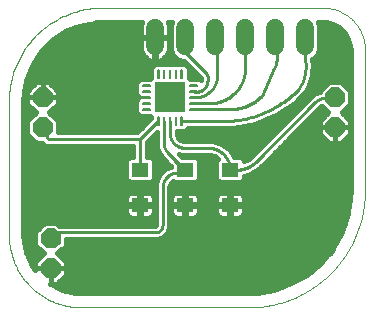
<source format=gtl>
G75*
%MOIN*%
%OFA0B0*%
%FSLAX25Y25*%
%IPPOS*%
%LPD*%
%AMOC8*
5,1,8,0,0,1.08239X$1,22.5*
%
%ADD10C,0.00000*%
%ADD11C,0.06000*%
%ADD12R,0.05512X0.04724*%
%ADD13C,0.00679*%
%ADD14R,0.10236X0.10236*%
%ADD15OC8,0.06600*%
%ADD16C,0.01000*%
%ADD17C,0.01600*%
%ADD18C,0.07500*%
D10*
X0032342Y0015582D02*
X0087749Y0015582D01*
X0087749Y0015583D02*
X0088693Y0015594D01*
X0089636Y0015629D01*
X0090578Y0015686D01*
X0091518Y0015765D01*
X0092456Y0015868D01*
X0093391Y0015993D01*
X0094324Y0016140D01*
X0095252Y0016311D01*
X0096176Y0016503D01*
X0097095Y0016718D01*
X0098008Y0016955D01*
X0098915Y0017214D01*
X0099816Y0017494D01*
X0100710Y0017797D01*
X0101597Y0018121D01*
X0102475Y0018466D01*
X0103345Y0018832D01*
X0104205Y0019220D01*
X0105056Y0019628D01*
X0105897Y0020056D01*
X0106727Y0020505D01*
X0107546Y0020973D01*
X0108354Y0021461D01*
X0109149Y0021969D01*
X0109932Y0022496D01*
X0110703Y0023041D01*
X0111459Y0023605D01*
X0112202Y0024187D01*
X0112931Y0024787D01*
X0113645Y0025404D01*
X0114343Y0026038D01*
X0115027Y0026689D01*
X0115694Y0027356D01*
X0116345Y0028040D01*
X0116979Y0028738D01*
X0117596Y0029452D01*
X0118196Y0030181D01*
X0118778Y0030924D01*
X0119342Y0031680D01*
X0119887Y0032451D01*
X0120414Y0033234D01*
X0120922Y0034029D01*
X0121410Y0034837D01*
X0121878Y0035656D01*
X0122327Y0036486D01*
X0122755Y0037327D01*
X0123163Y0038178D01*
X0123551Y0039038D01*
X0123917Y0039908D01*
X0124262Y0040786D01*
X0124586Y0041673D01*
X0124889Y0042567D01*
X0125169Y0043468D01*
X0125428Y0044375D01*
X0125665Y0045288D01*
X0125880Y0046207D01*
X0126072Y0047131D01*
X0126243Y0048059D01*
X0126390Y0048992D01*
X0126515Y0049927D01*
X0126618Y0050865D01*
X0126697Y0051805D01*
X0126754Y0052747D01*
X0126789Y0053690D01*
X0126800Y0054634D01*
X0126800Y0101417D01*
X0126796Y0101757D01*
X0126784Y0102098D01*
X0126763Y0102437D01*
X0126734Y0102777D01*
X0126697Y0103115D01*
X0126652Y0103452D01*
X0126599Y0103789D01*
X0126538Y0104123D01*
X0126468Y0104457D01*
X0126391Y0104788D01*
X0126305Y0105118D01*
X0126212Y0105445D01*
X0126111Y0105770D01*
X0126001Y0106093D01*
X0125885Y0106412D01*
X0125760Y0106729D01*
X0125628Y0107043D01*
X0125488Y0107353D01*
X0125341Y0107660D01*
X0125186Y0107964D01*
X0125025Y0108263D01*
X0124856Y0108559D01*
X0124679Y0108850D01*
X0124496Y0109137D01*
X0124306Y0109419D01*
X0124110Y0109697D01*
X0123906Y0109970D01*
X0123696Y0110238D01*
X0123480Y0110501D01*
X0123257Y0110758D01*
X0123028Y0111010D01*
X0122794Y0111257D01*
X0122553Y0111498D01*
X0122306Y0111732D01*
X0122054Y0111961D01*
X0121797Y0112184D01*
X0121534Y0112400D01*
X0121266Y0112610D01*
X0120993Y0112814D01*
X0120715Y0113010D01*
X0120433Y0113200D01*
X0120146Y0113383D01*
X0119855Y0113560D01*
X0119559Y0113729D01*
X0119260Y0113890D01*
X0118956Y0114045D01*
X0118649Y0114192D01*
X0118339Y0114332D01*
X0118025Y0114464D01*
X0117708Y0114589D01*
X0117389Y0114705D01*
X0117066Y0114815D01*
X0116741Y0114916D01*
X0116414Y0115009D01*
X0116084Y0115095D01*
X0115753Y0115172D01*
X0115419Y0115242D01*
X0115085Y0115303D01*
X0114748Y0115356D01*
X0114411Y0115401D01*
X0114073Y0115438D01*
X0113733Y0115467D01*
X0113394Y0115488D01*
X0113053Y0115500D01*
X0112713Y0115504D01*
X0039260Y0115504D01*
X0038507Y0115495D01*
X0037755Y0115468D01*
X0037003Y0115422D01*
X0036253Y0115359D01*
X0035504Y0115277D01*
X0034758Y0115177D01*
X0034014Y0115059D01*
X0033273Y0114923D01*
X0032536Y0114770D01*
X0031803Y0114599D01*
X0031074Y0114409D01*
X0030350Y0114203D01*
X0029631Y0113979D01*
X0028917Y0113738D01*
X0028210Y0113479D01*
X0027509Y0113204D01*
X0026815Y0112911D01*
X0026129Y0112602D01*
X0025450Y0112277D01*
X0024779Y0111935D01*
X0024116Y0111577D01*
X0023463Y0111203D01*
X0022818Y0110813D01*
X0022183Y0110408D01*
X0021559Y0109988D01*
X0020944Y0109553D01*
X0020340Y0109103D01*
X0019747Y0108638D01*
X0019166Y0108160D01*
X0018596Y0107667D01*
X0018039Y0107161D01*
X0017494Y0106642D01*
X0016961Y0106109D01*
X0016442Y0105564D01*
X0015936Y0105007D01*
X0015443Y0104437D01*
X0014965Y0103856D01*
X0014500Y0103263D01*
X0014050Y0102659D01*
X0013615Y0102044D01*
X0013195Y0101420D01*
X0012790Y0100785D01*
X0012400Y0100140D01*
X0012026Y0099487D01*
X0011668Y0098824D01*
X0011326Y0098153D01*
X0011001Y0097474D01*
X0010692Y0096788D01*
X0010399Y0096094D01*
X0010124Y0095393D01*
X0009865Y0094686D01*
X0009624Y0093972D01*
X0009400Y0093253D01*
X0009194Y0092529D01*
X0009004Y0091800D01*
X0008833Y0091067D01*
X0008680Y0090330D01*
X0008544Y0089589D01*
X0008426Y0088845D01*
X0008326Y0088099D01*
X0008244Y0087350D01*
X0008181Y0086600D01*
X0008135Y0085848D01*
X0008108Y0085096D01*
X0008099Y0084343D01*
X0008099Y0039825D01*
X0008106Y0039230D01*
X0008128Y0038635D01*
X0008165Y0038042D01*
X0008216Y0037449D01*
X0008281Y0036857D01*
X0008361Y0036268D01*
X0008456Y0035680D01*
X0008565Y0035095D01*
X0008688Y0034513D01*
X0008826Y0033934D01*
X0008977Y0033359D01*
X0009143Y0032788D01*
X0009323Y0032220D01*
X0009516Y0031658D01*
X0009723Y0031100D01*
X0009944Y0030548D01*
X0010179Y0030001D01*
X0010427Y0029460D01*
X0010688Y0028925D01*
X0010962Y0028397D01*
X0011248Y0027876D01*
X0011548Y0027362D01*
X0011860Y0026855D01*
X0012185Y0026356D01*
X0012521Y0025866D01*
X0012870Y0025383D01*
X0013230Y0024910D01*
X0013602Y0024445D01*
X0013985Y0023990D01*
X0014379Y0023544D01*
X0014784Y0023108D01*
X0015200Y0022683D01*
X0015625Y0022267D01*
X0016061Y0021862D01*
X0016507Y0021468D01*
X0016962Y0021085D01*
X0017427Y0020713D01*
X0017900Y0020353D01*
X0018383Y0020004D01*
X0018873Y0019668D01*
X0019372Y0019343D01*
X0019879Y0019031D01*
X0020393Y0018731D01*
X0020914Y0018445D01*
X0021442Y0018171D01*
X0021977Y0017910D01*
X0022518Y0017662D01*
X0023065Y0017427D01*
X0023617Y0017206D01*
X0024175Y0016999D01*
X0024737Y0016806D01*
X0025305Y0016626D01*
X0025876Y0016460D01*
X0026451Y0016309D01*
X0027030Y0016171D01*
X0027612Y0016048D01*
X0028197Y0015939D01*
X0028785Y0015844D01*
X0029374Y0015764D01*
X0029966Y0015699D01*
X0030559Y0015648D01*
X0031152Y0015611D01*
X0031747Y0015589D01*
X0032342Y0015582D01*
D11*
X0056800Y0102582D02*
X0056800Y0108582D01*
X0066800Y0108582D02*
X0066800Y0102582D01*
X0076800Y0102582D02*
X0076800Y0108582D01*
X0086800Y0108582D02*
X0086800Y0102582D01*
X0096800Y0102582D02*
X0096800Y0108582D01*
X0106800Y0108582D02*
X0106800Y0102582D01*
D12*
X0081800Y0061488D03*
X0081800Y0049677D03*
X0066800Y0049677D03*
X0066800Y0061488D03*
X0051800Y0061488D03*
X0051800Y0049677D03*
D13*
X0057749Y0076472D02*
X0057749Y0078944D01*
X0057977Y0078944D01*
X0057977Y0076472D01*
X0057749Y0076472D01*
X0057749Y0077150D02*
X0057977Y0077150D01*
X0057977Y0077828D02*
X0057749Y0077828D01*
X0057749Y0078506D02*
X0057977Y0078506D01*
X0059717Y0078944D02*
X0059717Y0076472D01*
X0059717Y0078944D02*
X0059945Y0078944D01*
X0059945Y0076472D01*
X0059717Y0076472D01*
X0059717Y0077150D02*
X0059945Y0077150D01*
X0059945Y0077828D02*
X0059717Y0077828D01*
X0059717Y0078506D02*
X0059945Y0078506D01*
X0061686Y0078944D02*
X0061686Y0076472D01*
X0061686Y0078944D02*
X0061914Y0078944D01*
X0061914Y0076472D01*
X0061686Y0076472D01*
X0061686Y0077150D02*
X0061914Y0077150D01*
X0061914Y0077828D02*
X0061686Y0077828D01*
X0061686Y0078506D02*
X0061914Y0078506D01*
X0063655Y0078944D02*
X0063655Y0076472D01*
X0063655Y0078944D02*
X0063883Y0078944D01*
X0063883Y0076472D01*
X0063655Y0076472D01*
X0063655Y0077150D02*
X0063883Y0077150D01*
X0063883Y0077828D02*
X0063655Y0077828D01*
X0063655Y0078506D02*
X0063883Y0078506D01*
X0065623Y0078944D02*
X0065623Y0076472D01*
X0065623Y0078944D02*
X0065851Y0078944D01*
X0065851Y0076472D01*
X0065623Y0076472D01*
X0065623Y0077150D02*
X0065851Y0077150D01*
X0065851Y0077828D02*
X0065623Y0077828D01*
X0065623Y0078506D02*
X0065851Y0078506D01*
X0068438Y0081531D02*
X0068438Y0081759D01*
X0070910Y0081759D01*
X0070910Y0081531D01*
X0068438Y0081531D01*
X0068438Y0083500D02*
X0068438Y0083728D01*
X0070910Y0083728D01*
X0070910Y0083500D01*
X0068438Y0083500D01*
X0068438Y0085468D02*
X0068438Y0085696D01*
X0070910Y0085696D01*
X0070910Y0085468D01*
X0068438Y0085468D01*
X0068438Y0087437D02*
X0068438Y0087665D01*
X0070910Y0087665D01*
X0070910Y0087437D01*
X0068438Y0087437D01*
X0068438Y0089405D02*
X0068438Y0089633D01*
X0070910Y0089633D01*
X0070910Y0089405D01*
X0068438Y0089405D01*
X0065623Y0092220D02*
X0065623Y0094692D01*
X0065851Y0094692D01*
X0065851Y0092220D01*
X0065623Y0092220D01*
X0065623Y0092898D02*
X0065851Y0092898D01*
X0065851Y0093576D02*
X0065623Y0093576D01*
X0065623Y0094254D02*
X0065851Y0094254D01*
X0063655Y0094692D02*
X0063655Y0092220D01*
X0063655Y0094692D02*
X0063883Y0094692D01*
X0063883Y0092220D01*
X0063655Y0092220D01*
X0063655Y0092898D02*
X0063883Y0092898D01*
X0063883Y0093576D02*
X0063655Y0093576D01*
X0063655Y0094254D02*
X0063883Y0094254D01*
X0061686Y0094692D02*
X0061686Y0092220D01*
X0061686Y0094692D02*
X0061914Y0094692D01*
X0061914Y0092220D01*
X0061686Y0092220D01*
X0061686Y0092898D02*
X0061914Y0092898D01*
X0061914Y0093576D02*
X0061686Y0093576D01*
X0061686Y0094254D02*
X0061914Y0094254D01*
X0059717Y0094692D02*
X0059717Y0092220D01*
X0059717Y0094692D02*
X0059945Y0094692D01*
X0059945Y0092220D01*
X0059717Y0092220D01*
X0059717Y0092898D02*
X0059945Y0092898D01*
X0059945Y0093576D02*
X0059717Y0093576D01*
X0059717Y0094254D02*
X0059945Y0094254D01*
X0057749Y0094692D02*
X0057749Y0092220D01*
X0057749Y0094692D02*
X0057977Y0094692D01*
X0057977Y0092220D01*
X0057749Y0092220D01*
X0057749Y0092898D02*
X0057977Y0092898D01*
X0057977Y0093576D02*
X0057749Y0093576D01*
X0057749Y0094254D02*
X0057977Y0094254D01*
X0052690Y0089633D02*
X0052690Y0089405D01*
X0052690Y0089633D02*
X0055162Y0089633D01*
X0055162Y0089405D01*
X0052690Y0089405D01*
X0052690Y0087665D02*
X0052690Y0087437D01*
X0052690Y0087665D02*
X0055162Y0087665D01*
X0055162Y0087437D01*
X0052690Y0087437D01*
X0052690Y0085696D02*
X0052690Y0085468D01*
X0052690Y0085696D02*
X0055162Y0085696D01*
X0055162Y0085468D01*
X0052690Y0085468D01*
X0052690Y0083728D02*
X0052690Y0083500D01*
X0052690Y0083728D02*
X0055162Y0083728D01*
X0055162Y0083500D01*
X0052690Y0083500D01*
X0052690Y0081759D02*
X0052690Y0081531D01*
X0052690Y0081759D02*
X0055162Y0081759D01*
X0055162Y0081531D01*
X0052690Y0081531D01*
D14*
X0061800Y0085582D03*
D15*
X0019300Y0085582D03*
X0019300Y0075582D03*
X0022050Y0038582D03*
X0022050Y0028582D03*
X0116800Y0075582D03*
X0116800Y0085582D03*
D16*
X0114116Y0085582D01*
X0110163Y0083945D02*
X0090382Y0064165D01*
X0083920Y0061488D02*
X0081800Y0061488D01*
X0081798Y0061665D01*
X0081791Y0061843D01*
X0081781Y0062020D01*
X0081766Y0062197D01*
X0081746Y0062373D01*
X0081723Y0062549D01*
X0081695Y0062724D01*
X0081663Y0062899D01*
X0081627Y0063073D01*
X0081587Y0063246D01*
X0081542Y0063417D01*
X0081493Y0063588D01*
X0081441Y0063757D01*
X0081384Y0063926D01*
X0081323Y0064092D01*
X0081258Y0064257D01*
X0081189Y0064421D01*
X0081116Y0064583D01*
X0081039Y0064743D01*
X0080959Y0064901D01*
X0080874Y0065057D01*
X0080786Y0065211D01*
X0080694Y0065363D01*
X0080599Y0065513D01*
X0080500Y0065660D01*
X0080397Y0065805D01*
X0080291Y0065947D01*
X0080182Y0066087D01*
X0080069Y0066224D01*
X0079953Y0066358D01*
X0079834Y0066489D01*
X0079711Y0066618D01*
X0079586Y0066743D01*
X0079457Y0066866D01*
X0079326Y0066985D01*
X0079192Y0067101D01*
X0079055Y0067214D01*
X0078915Y0067323D01*
X0078773Y0067429D01*
X0078628Y0067532D01*
X0078481Y0067631D01*
X0078331Y0067726D01*
X0078179Y0067818D01*
X0078025Y0067906D01*
X0077869Y0067991D01*
X0077711Y0068071D01*
X0077551Y0068148D01*
X0077389Y0068221D01*
X0077225Y0068290D01*
X0077060Y0068355D01*
X0076894Y0068416D01*
X0076725Y0068473D01*
X0076556Y0068525D01*
X0076385Y0068574D01*
X0076214Y0068619D01*
X0076041Y0068659D01*
X0075867Y0068695D01*
X0075692Y0068727D01*
X0075517Y0068755D01*
X0075341Y0068778D01*
X0075165Y0068798D01*
X0074988Y0068813D01*
X0074811Y0068823D01*
X0074633Y0068830D01*
X0074456Y0068832D01*
X0066550Y0068832D01*
X0060857Y0067431D02*
X0060777Y0067513D01*
X0060701Y0067598D01*
X0060626Y0067686D01*
X0060555Y0067775D01*
X0060487Y0067867D01*
X0060422Y0067962D01*
X0060360Y0068058D01*
X0060301Y0068156D01*
X0060245Y0068256D01*
X0060193Y0068358D01*
X0060144Y0068462D01*
X0060098Y0068567D01*
X0060056Y0068673D01*
X0060018Y0068781D01*
X0059983Y0068890D01*
X0059951Y0069000D01*
X0059923Y0069111D01*
X0059899Y0069223D01*
X0059879Y0069336D01*
X0059862Y0069449D01*
X0059849Y0069563D01*
X0059839Y0069677D01*
X0059834Y0069791D01*
X0059832Y0069906D01*
X0059831Y0069906D02*
X0059831Y0077708D01*
X0057863Y0077708D02*
X0051800Y0071645D01*
X0021050Y0071645D01*
X0019300Y0075582D01*
X0046800Y0085582D02*
X0046800Y0100582D01*
X0051800Y0105582D01*
X0056800Y0105582D01*
X0066800Y0105582D02*
X0066800Y0100582D01*
X0073998Y0093384D01*
X0074300Y0092655D02*
X0074300Y0091272D01*
X0074032Y0089948D02*
X0073862Y0089546D01*
X0074300Y0092655D02*
X0074298Y0092717D01*
X0074292Y0092779D01*
X0074283Y0092841D01*
X0074270Y0092902D01*
X0074253Y0092962D01*
X0074233Y0093021D01*
X0074209Y0093078D01*
X0074182Y0093134D01*
X0074151Y0093188D01*
X0074117Y0093241D01*
X0074081Y0093291D01*
X0074041Y0093339D01*
X0073998Y0093384D01*
X0083448Y0087229D02*
X0083638Y0087424D01*
X0083823Y0087624D01*
X0084004Y0087827D01*
X0084180Y0088035D01*
X0084351Y0088248D01*
X0084517Y0088464D01*
X0084678Y0088684D01*
X0084833Y0088907D01*
X0084983Y0089135D01*
X0085128Y0089366D01*
X0085267Y0089600D01*
X0085400Y0089838D01*
X0085528Y0090078D01*
X0085650Y0090322D01*
X0085766Y0090568D01*
X0085876Y0090817D01*
X0085980Y0091069D01*
X0086078Y0091323D01*
X0086170Y0091579D01*
X0086257Y0091838D01*
X0086336Y0092098D01*
X0086410Y0092361D01*
X0086477Y0092625D01*
X0086538Y0092890D01*
X0086593Y0093157D01*
X0086642Y0093425D01*
X0086683Y0093694D01*
X0086719Y0093964D01*
X0086748Y0094235D01*
X0086771Y0094506D01*
X0086787Y0094778D01*
X0086797Y0095051D01*
X0086800Y0095323D01*
X0086800Y0105582D01*
X0096800Y0103049D02*
X0096884Y0102815D01*
X0096962Y0102579D01*
X0097034Y0102342D01*
X0097101Y0102102D01*
X0097161Y0101861D01*
X0097216Y0101618D01*
X0097265Y0101375D01*
X0097307Y0101130D01*
X0097344Y0100884D01*
X0097375Y0100637D01*
X0097399Y0100390D01*
X0097418Y0100142D01*
X0097430Y0099894D01*
X0097436Y0099645D01*
X0097436Y0099396D01*
X0097430Y0099148D01*
X0097418Y0098900D01*
X0097400Y0098652D01*
X0097376Y0098404D01*
X0097346Y0098158D01*
X0097309Y0097912D01*
X0097267Y0097667D01*
X0097219Y0097423D01*
X0097164Y0097180D01*
X0097104Y0096939D01*
X0097038Y0096699D01*
X0096966Y0096461D01*
X0096888Y0096225D01*
X0096805Y0095991D01*
X0096715Y0095759D01*
X0096620Y0095529D01*
X0096520Y0095302D01*
X0092315Y0086097D01*
X0104729Y0088511D02*
X0104909Y0088784D01*
X0105083Y0089061D01*
X0105250Y0089343D01*
X0105411Y0089629D01*
X0105564Y0089918D01*
X0105710Y0090211D01*
X0105848Y0090508D01*
X0105980Y0090808D01*
X0106104Y0091111D01*
X0106220Y0091417D01*
X0106329Y0091726D01*
X0106431Y0092037D01*
X0106524Y0092351D01*
X0106610Y0092667D01*
X0106688Y0092985D01*
X0106759Y0093305D01*
X0106821Y0093626D01*
X0106876Y0093949D01*
X0106922Y0094274D01*
X0106961Y0094599D01*
X0106992Y0094925D01*
X0107014Y0095251D01*
X0107029Y0095579D01*
X0107036Y0095906D01*
X0107034Y0096233D01*
X0107025Y0096561D01*
X0107007Y0096888D01*
X0106982Y0097214D01*
X0106948Y0097540D01*
X0106907Y0097865D01*
X0106857Y0098189D01*
X0106800Y0098511D01*
X0106800Y0105582D01*
X0096800Y0105582D02*
X0096800Y0103050D01*
X0092314Y0086097D02*
X0092047Y0085836D01*
X0091774Y0085582D01*
X0091495Y0085335D01*
X0091209Y0085095D01*
X0090918Y0084862D01*
X0090621Y0084636D01*
X0090319Y0084418D01*
X0090011Y0084206D01*
X0089698Y0084003D01*
X0089381Y0083807D01*
X0089059Y0083620D01*
X0088732Y0083440D01*
X0088401Y0083268D01*
X0088065Y0083104D01*
X0087726Y0082949D01*
X0087383Y0082802D01*
X0087037Y0082663D01*
X0086687Y0082533D01*
X0086335Y0082412D01*
X0085979Y0082299D01*
X0085621Y0082196D01*
X0085260Y0082100D01*
X0084897Y0082014D01*
X0084532Y0081937D01*
X0084165Y0081869D01*
X0083797Y0081810D01*
X0083428Y0081759D01*
X0083057Y0081718D01*
X0082685Y0081686D01*
X0082313Y0081663D01*
X0081940Y0081650D01*
X0081567Y0081645D01*
X0069674Y0081645D01*
X0069674Y0083614D02*
X0074717Y0083614D01*
X0069930Y0085582D02*
X0069674Y0085582D01*
X0069674Y0087551D02*
X0070852Y0087551D01*
X0070964Y0087553D01*
X0071077Y0087559D01*
X0071189Y0087568D01*
X0071301Y0087582D01*
X0071412Y0087599D01*
X0071522Y0087620D01*
X0071632Y0087645D01*
X0071741Y0087674D01*
X0071848Y0087707D01*
X0071955Y0087743D01*
X0072060Y0087783D01*
X0072164Y0087826D01*
X0072266Y0087873D01*
X0072367Y0087923D01*
X0072466Y0087977D01*
X0072562Y0088034D01*
X0072657Y0088095D01*
X0072750Y0088159D01*
X0072840Y0088226D01*
X0072928Y0088296D01*
X0073014Y0088369D01*
X0073097Y0088445D01*
X0073177Y0088523D01*
X0073255Y0088605D01*
X0073330Y0088689D01*
X0073402Y0088775D01*
X0073470Y0088864D01*
X0073536Y0088956D01*
X0073599Y0089049D01*
X0073658Y0089145D01*
X0073714Y0089242D01*
X0073766Y0089342D01*
X0073816Y0089443D01*
X0073861Y0089546D01*
X0074032Y0089948D02*
X0074074Y0090053D01*
X0074113Y0090160D01*
X0074148Y0090267D01*
X0074180Y0090376D01*
X0074208Y0090486D01*
X0074232Y0090597D01*
X0074253Y0090708D01*
X0074270Y0090820D01*
X0074283Y0090933D01*
X0074292Y0091046D01*
X0074298Y0091159D01*
X0074300Y0091272D01*
X0077550Y0093202D02*
X0077550Y0102832D01*
X0076800Y0103582D01*
X0083447Y0087230D02*
X0083237Y0087025D01*
X0083022Y0086825D01*
X0082802Y0086630D01*
X0082578Y0086440D01*
X0082349Y0086255D01*
X0082116Y0086077D01*
X0081878Y0085903D01*
X0081637Y0085736D01*
X0081392Y0085574D01*
X0081143Y0085418D01*
X0080890Y0085268D01*
X0080634Y0085124D01*
X0080374Y0084986D01*
X0080112Y0084855D01*
X0079846Y0084730D01*
X0079577Y0084611D01*
X0079306Y0084498D01*
X0079031Y0084392D01*
X0078755Y0084293D01*
X0078476Y0084200D01*
X0078195Y0084114D01*
X0077912Y0084035D01*
X0077628Y0083962D01*
X0077341Y0083896D01*
X0077053Y0083837D01*
X0076764Y0083785D01*
X0076474Y0083740D01*
X0076183Y0083701D01*
X0075891Y0083670D01*
X0075598Y0083645D01*
X0075304Y0083628D01*
X0075011Y0083617D01*
X0074717Y0083614D01*
X0079228Y0077708D02*
X0065737Y0077708D01*
X0061800Y0077708D02*
X0061800Y0073582D01*
X0061802Y0073446D01*
X0061808Y0073311D01*
X0061817Y0073176D01*
X0061831Y0073041D01*
X0061848Y0072906D01*
X0061870Y0072772D01*
X0061895Y0072639D01*
X0061923Y0072506D01*
X0061956Y0072374D01*
X0061992Y0072244D01*
X0062032Y0072114D01*
X0062076Y0071986D01*
X0062124Y0071859D01*
X0062175Y0071733D01*
X0062229Y0071609D01*
X0062287Y0071486D01*
X0062349Y0071365D01*
X0062414Y0071246D01*
X0062482Y0071129D01*
X0062554Y0071014D01*
X0062629Y0070901D01*
X0062707Y0070790D01*
X0062788Y0070681D01*
X0062873Y0070575D01*
X0062960Y0070471D01*
X0063050Y0070370D01*
X0063144Y0070272D01*
X0063240Y0070176D01*
X0063338Y0070082D01*
X0063439Y0069992D01*
X0063543Y0069905D01*
X0063649Y0069820D01*
X0063758Y0069739D01*
X0063869Y0069661D01*
X0063982Y0069586D01*
X0064097Y0069514D01*
X0064214Y0069446D01*
X0064333Y0069381D01*
X0064454Y0069319D01*
X0064577Y0069261D01*
X0064701Y0069207D01*
X0064827Y0069156D01*
X0064954Y0069108D01*
X0065082Y0069064D01*
X0065212Y0069024D01*
X0065342Y0068988D01*
X0065474Y0068955D01*
X0065607Y0068927D01*
X0065740Y0068902D01*
X0065874Y0068880D01*
X0066009Y0068863D01*
X0066144Y0068849D01*
X0066279Y0068840D01*
X0066414Y0068834D01*
X0066550Y0068832D01*
X0060857Y0067431D02*
X0066800Y0060582D01*
X0064300Y0060582D01*
X0066800Y0061488D02*
X0060857Y0067431D01*
X0051800Y0071645D02*
X0051800Y0061488D01*
X0059300Y0055582D02*
X0059300Y0043082D01*
X0059298Y0042984D01*
X0059292Y0042886D01*
X0059283Y0042788D01*
X0059269Y0042691D01*
X0059252Y0042594D01*
X0059231Y0042498D01*
X0059206Y0042403D01*
X0059178Y0042309D01*
X0059145Y0042217D01*
X0059110Y0042125D01*
X0059070Y0042035D01*
X0059028Y0041947D01*
X0058981Y0041860D01*
X0058932Y0041776D01*
X0058879Y0041693D01*
X0058823Y0041613D01*
X0058763Y0041534D01*
X0058701Y0041458D01*
X0058636Y0041385D01*
X0058568Y0041314D01*
X0058497Y0041246D01*
X0058424Y0041181D01*
X0058348Y0041119D01*
X0058269Y0041059D01*
X0058189Y0041003D01*
X0058106Y0040950D01*
X0058022Y0040901D01*
X0057935Y0040854D01*
X0057847Y0040812D01*
X0057757Y0040772D01*
X0057665Y0040737D01*
X0057573Y0040704D01*
X0057479Y0040676D01*
X0057384Y0040651D01*
X0057288Y0040630D01*
X0057191Y0040613D01*
X0057094Y0040599D01*
X0056996Y0040590D01*
X0056898Y0040584D01*
X0056800Y0040582D01*
X0024050Y0040582D01*
X0023963Y0040580D01*
X0023876Y0040574D01*
X0023789Y0040565D01*
X0023703Y0040552D01*
X0023617Y0040535D01*
X0023532Y0040514D01*
X0023449Y0040489D01*
X0023366Y0040461D01*
X0023285Y0040430D01*
X0023205Y0040395D01*
X0023127Y0040356D01*
X0023050Y0040314D01*
X0022975Y0040269D01*
X0022903Y0040220D01*
X0022832Y0040169D01*
X0022764Y0040114D01*
X0022699Y0040057D01*
X0022636Y0039996D01*
X0022575Y0039933D01*
X0022518Y0039868D01*
X0022463Y0039800D01*
X0022412Y0039729D01*
X0022363Y0039657D01*
X0022318Y0039582D01*
X0022276Y0039505D01*
X0022237Y0039427D01*
X0022202Y0039347D01*
X0022171Y0039266D01*
X0022143Y0039183D01*
X0022118Y0039100D01*
X0022097Y0039015D01*
X0022080Y0038929D01*
X0022067Y0038843D01*
X0022058Y0038756D01*
X0022052Y0038669D01*
X0022050Y0038582D01*
X0024800Y0037082D01*
X0059300Y0055582D02*
X0059302Y0055722D01*
X0059308Y0055862D01*
X0059318Y0056002D01*
X0059331Y0056142D01*
X0059349Y0056281D01*
X0059371Y0056420D01*
X0059396Y0056557D01*
X0059425Y0056695D01*
X0059458Y0056831D01*
X0059495Y0056966D01*
X0059536Y0057100D01*
X0059581Y0057233D01*
X0059629Y0057365D01*
X0059681Y0057495D01*
X0059736Y0057624D01*
X0059795Y0057751D01*
X0059858Y0057877D01*
X0059924Y0058001D01*
X0059993Y0058122D01*
X0060066Y0058242D01*
X0060143Y0058360D01*
X0060222Y0058475D01*
X0060305Y0058589D01*
X0060391Y0058699D01*
X0060480Y0058808D01*
X0060572Y0058914D01*
X0060667Y0059017D01*
X0060764Y0059118D01*
X0060865Y0059215D01*
X0060968Y0059310D01*
X0061074Y0059402D01*
X0061183Y0059491D01*
X0061293Y0059577D01*
X0061407Y0059660D01*
X0061522Y0059739D01*
X0061640Y0059816D01*
X0061760Y0059889D01*
X0061881Y0059958D01*
X0062005Y0060024D01*
X0062131Y0060087D01*
X0062258Y0060146D01*
X0062387Y0060201D01*
X0062517Y0060253D01*
X0062649Y0060301D01*
X0062782Y0060346D01*
X0062916Y0060387D01*
X0063051Y0060424D01*
X0063187Y0060457D01*
X0063325Y0060486D01*
X0063462Y0060511D01*
X0063601Y0060533D01*
X0063740Y0060551D01*
X0063880Y0060564D01*
X0064020Y0060574D01*
X0064160Y0060580D01*
X0064300Y0060582D01*
X0083920Y0061488D02*
X0084137Y0061491D01*
X0084355Y0061498D01*
X0084572Y0061511D01*
X0084789Y0061529D01*
X0085005Y0061553D01*
X0085221Y0061581D01*
X0085436Y0061615D01*
X0085650Y0061653D01*
X0085863Y0061697D01*
X0086075Y0061746D01*
X0086285Y0061799D01*
X0086495Y0061858D01*
X0086703Y0061922D01*
X0086909Y0061991D01*
X0087114Y0062064D01*
X0087317Y0062143D01*
X0087518Y0062226D01*
X0087716Y0062314D01*
X0087913Y0062407D01*
X0088108Y0062504D01*
X0088300Y0062606D01*
X0088489Y0062712D01*
X0088677Y0062823D01*
X0088861Y0062939D01*
X0089042Y0063059D01*
X0089221Y0063183D01*
X0089397Y0063311D01*
X0089569Y0063443D01*
X0089739Y0063580D01*
X0089905Y0063720D01*
X0090067Y0063865D01*
X0090227Y0064013D01*
X0090382Y0064165D01*
X0110163Y0083945D02*
X0110268Y0084047D01*
X0110376Y0084146D01*
X0110486Y0084243D01*
X0110598Y0084336D01*
X0110713Y0084427D01*
X0110830Y0084514D01*
X0110950Y0084599D01*
X0111071Y0084680D01*
X0111195Y0084758D01*
X0111321Y0084833D01*
X0111449Y0084905D01*
X0111578Y0084973D01*
X0111709Y0085037D01*
X0111842Y0085099D01*
X0111977Y0085156D01*
X0112113Y0085211D01*
X0112250Y0085261D01*
X0112389Y0085308D01*
X0112528Y0085352D01*
X0112669Y0085392D01*
X0112811Y0085428D01*
X0112954Y0085460D01*
X0113097Y0085488D01*
X0113242Y0085513D01*
X0113386Y0085534D01*
X0113532Y0085551D01*
X0113677Y0085565D01*
X0113823Y0085574D01*
X0113970Y0085580D01*
X0114116Y0085582D01*
X0104729Y0088511D02*
X0104319Y0088101D01*
X0104318Y0088101D02*
X0103695Y0087493D01*
X0103057Y0086900D01*
X0102405Y0086323D01*
X0101738Y0085762D01*
X0101058Y0085218D01*
X0100365Y0084691D01*
X0099659Y0084181D01*
X0098941Y0083688D01*
X0098211Y0083213D01*
X0097470Y0082756D01*
X0096718Y0082318D01*
X0095955Y0081898D01*
X0095182Y0081497D01*
X0094399Y0081115D01*
X0093607Y0080752D01*
X0092807Y0080409D01*
X0091998Y0080086D01*
X0091182Y0079782D01*
X0090358Y0079499D01*
X0089528Y0079236D01*
X0088692Y0078993D01*
X0087850Y0078771D01*
X0087002Y0078570D01*
X0086150Y0078390D01*
X0085294Y0078230D01*
X0084434Y0078092D01*
X0083572Y0077975D01*
X0082706Y0077879D01*
X0081838Y0077804D01*
X0080969Y0077751D01*
X0080099Y0077719D01*
X0079228Y0077708D01*
X0069930Y0085582D02*
X0070114Y0085584D01*
X0070298Y0085591D01*
X0070482Y0085602D01*
X0070665Y0085618D01*
X0070848Y0085638D01*
X0071031Y0085662D01*
X0071213Y0085691D01*
X0071394Y0085724D01*
X0071574Y0085762D01*
X0071754Y0085803D01*
X0071932Y0085850D01*
X0072109Y0085900D01*
X0072285Y0085955D01*
X0072459Y0086014D01*
X0072632Y0086077D01*
X0072803Y0086145D01*
X0072973Y0086216D01*
X0073141Y0086292D01*
X0073307Y0086371D01*
X0073471Y0086455D01*
X0073633Y0086542D01*
X0073793Y0086634D01*
X0073951Y0086729D01*
X0074106Y0086828D01*
X0074259Y0086931D01*
X0074409Y0087037D01*
X0074557Y0087147D01*
X0074702Y0087261D01*
X0074844Y0087378D01*
X0074983Y0087498D01*
X0075119Y0087622D01*
X0075253Y0087749D01*
X0075383Y0087879D01*
X0075510Y0088013D01*
X0075634Y0088149D01*
X0075754Y0088288D01*
X0075871Y0088430D01*
X0075985Y0088575D01*
X0076095Y0088723D01*
X0076201Y0088873D01*
X0076304Y0089026D01*
X0076403Y0089181D01*
X0076498Y0089339D01*
X0076590Y0089499D01*
X0076677Y0089661D01*
X0076761Y0089825D01*
X0076840Y0089991D01*
X0076916Y0090159D01*
X0076987Y0090329D01*
X0077055Y0090500D01*
X0077118Y0090673D01*
X0077177Y0090847D01*
X0077232Y0091023D01*
X0077282Y0091200D01*
X0077329Y0091378D01*
X0077370Y0091558D01*
X0077408Y0091738D01*
X0077441Y0091919D01*
X0077470Y0092101D01*
X0077494Y0092284D01*
X0077514Y0092467D01*
X0077530Y0092650D01*
X0077541Y0092834D01*
X0077548Y0093018D01*
X0077550Y0093202D01*
X0053926Y0085582D02*
X0046800Y0085582D01*
D17*
X0023409Y0022683D02*
X0099727Y0022683D01*
X0102224Y0023591D02*
X0096614Y0021549D01*
X0090734Y0020513D01*
X0087749Y0020382D01*
X0032342Y0020382D01*
X0030165Y0020505D01*
X0025920Y0021473D01*
X0021998Y0023362D01*
X0021847Y0023482D01*
X0022050Y0023482D01*
X0024162Y0023482D01*
X0027150Y0026470D01*
X0027150Y0028582D01*
X0022050Y0028582D01*
X0022050Y0023482D01*
X0022050Y0028582D01*
X0022050Y0028582D01*
X0022050Y0028582D01*
X0016950Y0028582D01*
X0016950Y0028138D01*
X0015879Y0029481D01*
X0013990Y0033404D01*
X0013021Y0037648D01*
X0012899Y0039825D01*
X0012899Y0084343D01*
X0013026Y0086927D01*
X0014034Y0091995D01*
X0016012Y0096769D01*
X0018883Y0101066D01*
X0022537Y0104720D01*
X0026834Y0107591D01*
X0031608Y0109569D01*
X0036676Y0110577D01*
X0039260Y0110704D01*
X0052494Y0110704D01*
X0052352Y0110425D01*
X0052118Y0109706D01*
X0052000Y0108960D01*
X0052000Y0105782D01*
X0056600Y0105782D01*
X0056600Y0105382D01*
X0057000Y0105382D01*
X0057000Y0097782D01*
X0057178Y0097782D01*
X0057924Y0097901D01*
X0058643Y0098134D01*
X0059316Y0098477D01*
X0059927Y0098921D01*
X0060461Y0099455D01*
X0060905Y0100067D01*
X0061248Y0100740D01*
X0061482Y0101458D01*
X0061600Y0102205D01*
X0061600Y0105382D01*
X0057000Y0105382D01*
X0057000Y0105782D01*
X0061600Y0105782D01*
X0061600Y0108960D01*
X0061482Y0109706D01*
X0061248Y0110425D01*
X0061106Y0110704D01*
X0062483Y0110704D01*
X0062000Y0109537D01*
X0062000Y0101628D01*
X0062731Y0099863D01*
X0064081Y0098513D01*
X0065845Y0097782D01*
X0066347Y0097782D01*
X0071698Y0092432D01*
X0071698Y0092432D01*
X0072000Y0092130D01*
X0072000Y0091568D01*
X0071795Y0091772D01*
X0068392Y0091772D01*
X0067990Y0092174D01*
X0067990Y0095578D01*
X0066736Y0096831D01*
X0056864Y0096831D01*
X0055610Y0095578D01*
X0055610Y0092174D01*
X0055208Y0091772D01*
X0051805Y0091772D01*
X0050551Y0090519D01*
X0050551Y0086551D01*
X0050673Y0086430D01*
X0050551Y0085977D01*
X0050551Y0085582D01*
X0050551Y0085188D01*
X0050673Y0084735D01*
X0050551Y0084613D01*
X0050551Y0080646D01*
X0051805Y0079393D01*
X0055208Y0079393D01*
X0055610Y0078990D01*
X0055610Y0078708D01*
X0050847Y0073945D01*
X0024400Y0073945D01*
X0024400Y0077695D01*
X0021512Y0080582D01*
X0024400Y0083470D01*
X0024400Y0085582D01*
X0019300Y0085582D01*
X0019300Y0085582D01*
X0014200Y0085582D01*
X0014200Y0083470D01*
X0017088Y0080582D01*
X0014200Y0077695D01*
X0014200Y0073470D01*
X0017188Y0070482D01*
X0018960Y0070482D01*
X0019122Y0070321D01*
X0019335Y0069841D01*
X0019769Y0069674D01*
X0020097Y0069345D01*
X0020623Y0069345D01*
X0021114Y0069157D01*
X0021538Y0069345D01*
X0049500Y0069345D01*
X0049500Y0065650D01*
X0048298Y0065650D01*
X0047244Y0064596D01*
X0047244Y0058380D01*
X0048298Y0057326D01*
X0055301Y0057326D01*
X0056356Y0058380D01*
X0056356Y0064596D01*
X0055301Y0065650D01*
X0054100Y0065650D01*
X0054100Y0070693D01*
X0057531Y0074124D01*
X0057531Y0068753D01*
X0058415Y0066621D01*
X0059146Y0065889D01*
X0059173Y0065862D01*
X0062047Y0062551D01*
X0060165Y0061771D01*
X0060165Y0061771D01*
X0058111Y0059718D01*
X0058111Y0059717D01*
X0057000Y0057034D01*
X0057000Y0043082D01*
X0056996Y0043043D01*
X0056966Y0042971D01*
X0056911Y0042916D01*
X0056839Y0042886D01*
X0056800Y0042882D01*
X0024962Y0042882D01*
X0024162Y0043682D01*
X0019938Y0043682D01*
X0016950Y0040695D01*
X0016950Y0036470D01*
X0019838Y0033582D01*
X0016950Y0030695D01*
X0016950Y0028582D01*
X0022050Y0028582D01*
X0022050Y0028582D01*
X0027150Y0028582D01*
X0027150Y0030695D01*
X0024262Y0033582D01*
X0025601Y0034920D01*
X0026363Y0035145D01*
X0027009Y0036329D01*
X0027150Y0036470D01*
X0027150Y0036588D01*
X0027275Y0036817D01*
X0027150Y0037244D01*
X0027150Y0038282D01*
X0055847Y0038282D01*
X0057755Y0038282D01*
X0057755Y0038282D01*
X0059519Y0039013D01*
X0060869Y0040363D01*
X0060869Y0040363D01*
X0061600Y0042128D01*
X0061600Y0055582D01*
X0061652Y0056109D01*
X0062055Y0057082D01*
X0062798Y0057826D01*
X0063298Y0057326D01*
X0070301Y0057326D01*
X0071356Y0058380D01*
X0071356Y0064596D01*
X0070301Y0065650D01*
X0065890Y0065650D01*
X0064910Y0066631D01*
X0065148Y0066532D01*
X0074456Y0066532D01*
X0075245Y0066470D01*
X0076746Y0065983D01*
X0077838Y0065189D01*
X0077244Y0064596D01*
X0077244Y0058380D01*
X0078298Y0057326D01*
X0085301Y0057326D01*
X0086356Y0058380D01*
X0086356Y0059437D01*
X0088335Y0059967D01*
X0088335Y0059967D01*
X0090944Y0061474D01*
X0092009Y0062538D01*
X0092682Y0063212D01*
X0111115Y0081645D01*
X0111115Y0081645D01*
X0111789Y0082319D01*
X0112288Y0082728D01*
X0112397Y0082773D01*
X0114588Y0080582D01*
X0111700Y0077695D01*
X0111700Y0075582D01*
X0111700Y0073470D01*
X0114688Y0070482D01*
X0116800Y0070482D01*
X0118912Y0070482D01*
X0121900Y0073470D01*
X0121900Y0075582D01*
X0116800Y0075582D01*
X0116800Y0070482D01*
X0116800Y0075582D01*
X0116800Y0075582D01*
X0116800Y0075582D01*
X0111700Y0075582D01*
X0116800Y0075582D01*
X0116800Y0075582D01*
X0121900Y0075582D01*
X0121900Y0077695D01*
X0119012Y0080582D01*
X0121900Y0083470D01*
X0121900Y0087695D01*
X0118912Y0090682D01*
X0114688Y0090682D01*
X0111700Y0087695D01*
X0111700Y0087532D01*
X0109646Y0086681D01*
X0108536Y0085571D01*
X0107873Y0084908D01*
X0089430Y0066465D01*
X0088756Y0065791D01*
X0088083Y0065201D01*
X0086537Y0064309D01*
X0086356Y0064260D01*
X0086356Y0064596D01*
X0085301Y0065650D01*
X0083244Y0065650D01*
X0083156Y0065921D01*
X0081360Y0068393D01*
X0078889Y0070188D01*
X0078889Y0070188D01*
X0075983Y0071132D01*
X0066550Y0071132D01*
X0066072Y0071179D01*
X0065189Y0071545D01*
X0064513Y0072221D01*
X0064147Y0073104D01*
X0064100Y0073582D01*
X0064100Y0074334D01*
X0066736Y0074334D01*
X0067811Y0075408D01*
X0082950Y0075408D01*
X0090249Y0076860D01*
X0097125Y0079709D01*
X0103314Y0083843D01*
X0105855Y0086385D01*
X0106096Y0086431D01*
X0106509Y0087039D01*
X0106609Y0087138D01*
X0107029Y0087559D01*
X0107029Y0087804D01*
X0107789Y0088922D01*
X0109143Y0092812D01*
X0109445Y0096919D01*
X0109445Y0096919D01*
X0109169Y0098368D01*
X0109519Y0098513D01*
X0110869Y0099863D01*
X0111600Y0101628D01*
X0111600Y0109537D01*
X0111117Y0110704D01*
X0112713Y0110704D01*
X0113926Y0110624D01*
X0116267Y0109997D01*
X0118367Y0108785D01*
X0120081Y0107070D01*
X0121293Y0104971D01*
X0121921Y0102629D01*
X0122000Y0101417D01*
X0122000Y0054634D01*
X0121870Y0051648D01*
X0120833Y0045769D01*
X0118791Y0040158D01*
X0115806Y0034988D01*
X0111968Y0030414D01*
X0107394Y0026577D01*
X0102224Y0023591D01*
X0103419Y0024281D02*
X0024961Y0024281D01*
X0026560Y0025880D02*
X0106187Y0025880D01*
X0108469Y0027478D02*
X0027150Y0027478D01*
X0027150Y0029077D02*
X0110374Y0029077D01*
X0112187Y0030675D02*
X0027150Y0030675D01*
X0025571Y0032274D02*
X0113528Y0032274D01*
X0114870Y0033872D02*
X0024552Y0033872D01*
X0026541Y0035471D02*
X0116084Y0035471D01*
X0117007Y0037069D02*
X0027201Y0037069D01*
X0024382Y0043463D02*
X0057000Y0043463D01*
X0057000Y0045062D02*
X0012899Y0045062D01*
X0012899Y0046660D02*
X0047356Y0046660D01*
X0047367Y0046620D02*
X0047604Y0046209D01*
X0047939Y0045874D01*
X0048349Y0045637D01*
X0048807Y0045515D01*
X0051419Y0045515D01*
X0051419Y0049296D01*
X0047244Y0049296D01*
X0047244Y0047078D01*
X0047367Y0046620D01*
X0047244Y0048259D02*
X0012899Y0048259D01*
X0012899Y0049857D02*
X0051419Y0049857D01*
X0051419Y0050058D02*
X0051419Y0049296D01*
X0052181Y0049296D01*
X0052181Y0050058D01*
X0051419Y0050058D01*
X0051419Y0053839D01*
X0048807Y0053839D01*
X0048349Y0053716D01*
X0047939Y0053479D01*
X0047604Y0053144D01*
X0047367Y0052734D01*
X0047244Y0052276D01*
X0047244Y0050058D01*
X0051419Y0050058D01*
X0052181Y0050058D02*
X0052181Y0053839D01*
X0054793Y0053839D01*
X0055251Y0053716D01*
X0055661Y0053479D01*
X0055996Y0053144D01*
X0056233Y0052734D01*
X0056356Y0052276D01*
X0056356Y0050058D01*
X0052181Y0050058D01*
X0052181Y0049857D02*
X0057000Y0049857D01*
X0056356Y0049296D02*
X0056356Y0047078D01*
X0056233Y0046620D01*
X0055996Y0046209D01*
X0055661Y0045874D01*
X0055251Y0045637D01*
X0054793Y0045515D01*
X0052181Y0045515D01*
X0052181Y0049296D01*
X0056356Y0049296D01*
X0056356Y0048259D02*
X0057000Y0048259D01*
X0057000Y0046660D02*
X0056244Y0046660D01*
X0052181Y0046660D02*
X0051419Y0046660D01*
X0051419Y0048259D02*
X0052181Y0048259D01*
X0052181Y0051456D02*
X0051419Y0051456D01*
X0051419Y0053054D02*
X0052181Y0053054D01*
X0056048Y0053054D02*
X0057000Y0053054D01*
X0057000Y0051456D02*
X0056356Y0051456D01*
X0057000Y0054653D02*
X0012899Y0054653D01*
X0012899Y0053054D02*
X0047552Y0053054D01*
X0047244Y0051456D02*
X0012899Y0051456D01*
X0012899Y0056251D02*
X0057000Y0056251D01*
X0057338Y0057850D02*
X0055826Y0057850D01*
X0056356Y0059448D02*
X0058000Y0059448D01*
X0059441Y0061047D02*
X0056356Y0061047D01*
X0056356Y0062645D02*
X0061964Y0062645D01*
X0060577Y0064244D02*
X0056356Y0064244D01*
X0054100Y0065842D02*
X0059190Y0065842D01*
X0058415Y0066621D02*
X0058415Y0066621D01*
X0058075Y0067441D02*
X0054100Y0067441D01*
X0054100Y0069039D02*
X0057531Y0069039D01*
X0057531Y0070638D02*
X0054100Y0070638D01*
X0055644Y0072237D02*
X0057531Y0072237D01*
X0057531Y0073835D02*
X0057242Y0073835D01*
X0053934Y0077032D02*
X0024400Y0077032D01*
X0024400Y0075434D02*
X0052335Y0075434D01*
X0055532Y0078631D02*
X0023464Y0078631D01*
X0021866Y0080229D02*
X0050968Y0080229D01*
X0050551Y0081828D02*
X0022758Y0081828D01*
X0024356Y0083426D02*
X0050551Y0083426D01*
X0050595Y0085025D02*
X0024400Y0085025D01*
X0024400Y0085582D02*
X0024400Y0087695D01*
X0021412Y0090682D01*
X0019300Y0090682D01*
X0017188Y0090682D01*
X0014200Y0087695D01*
X0014200Y0085582D01*
X0019300Y0085582D01*
X0019300Y0085582D01*
X0024400Y0085582D01*
X0024400Y0086623D02*
X0050551Y0086623D01*
X0050551Y0085582D02*
X0051520Y0085582D01*
X0050551Y0085582D01*
X0051520Y0085582D02*
X0051520Y0085582D01*
X0051520Y0085582D01*
X0050551Y0088222D02*
X0023873Y0088222D01*
X0022275Y0089820D02*
X0050551Y0089820D01*
X0051451Y0091419D02*
X0013920Y0091419D01*
X0013602Y0089820D02*
X0016325Y0089820D01*
X0014727Y0088222D02*
X0013284Y0088222D01*
X0013011Y0086623D02*
X0014200Y0086623D01*
X0014200Y0085025D02*
X0012933Y0085025D01*
X0012899Y0083426D02*
X0014244Y0083426D01*
X0012899Y0081828D02*
X0015842Y0081828D01*
X0016734Y0080229D02*
X0012899Y0080229D01*
X0012899Y0078631D02*
X0015136Y0078631D01*
X0014200Y0077032D02*
X0012899Y0077032D01*
X0012899Y0075434D02*
X0014200Y0075434D01*
X0014200Y0073835D02*
X0012899Y0073835D01*
X0012899Y0072237D02*
X0015433Y0072237D01*
X0017032Y0070638D02*
X0012899Y0070638D01*
X0012899Y0069039D02*
X0049500Y0069039D01*
X0049500Y0067441D02*
X0012899Y0067441D01*
X0012899Y0065842D02*
X0049500Y0065842D01*
X0047244Y0064244D02*
X0012899Y0064244D01*
X0012899Y0062645D02*
X0047244Y0062645D01*
X0047244Y0061047D02*
X0012899Y0061047D01*
X0012899Y0059448D02*
X0047244Y0059448D01*
X0047774Y0057850D02*
X0012899Y0057850D01*
X0012899Y0043463D02*
X0019718Y0043463D01*
X0018120Y0041865D02*
X0012899Y0041865D01*
X0012899Y0040266D02*
X0016950Y0040266D01*
X0016950Y0038668D02*
X0012964Y0038668D01*
X0013154Y0037069D02*
X0016950Y0037069D01*
X0017949Y0035471D02*
X0013518Y0035471D01*
X0013883Y0033872D02*
X0019548Y0033872D01*
X0018529Y0032274D02*
X0014534Y0032274D01*
X0015304Y0030675D02*
X0016950Y0030675D01*
X0016950Y0029077D02*
X0016202Y0029077D01*
X0022050Y0027478D02*
X0022050Y0027478D01*
X0022050Y0025880D02*
X0022050Y0025880D01*
X0022050Y0024281D02*
X0022050Y0024281D01*
X0027626Y0021084D02*
X0093975Y0021084D01*
X0117930Y0038668D02*
X0058685Y0038668D01*
X0060772Y0040266D02*
X0118830Y0040266D01*
X0119412Y0041865D02*
X0061491Y0041865D01*
X0061600Y0043463D02*
X0119994Y0043463D01*
X0120576Y0045062D02*
X0061600Y0045062D01*
X0062604Y0046209D02*
X0062939Y0045874D01*
X0063349Y0045637D01*
X0063807Y0045515D01*
X0066419Y0045515D01*
X0066419Y0049296D01*
X0062244Y0049296D01*
X0062244Y0047078D01*
X0062367Y0046620D01*
X0062604Y0046209D01*
X0062356Y0046660D02*
X0061600Y0046660D01*
X0061600Y0048259D02*
X0062244Y0048259D01*
X0061600Y0049857D02*
X0066419Y0049857D01*
X0066419Y0050058D02*
X0066419Y0049296D01*
X0067181Y0049296D01*
X0067181Y0050058D01*
X0066419Y0050058D01*
X0066419Y0053839D01*
X0063807Y0053839D01*
X0063349Y0053716D01*
X0062939Y0053479D01*
X0062604Y0053144D01*
X0062367Y0052734D01*
X0062244Y0052276D01*
X0062244Y0050058D01*
X0066419Y0050058D01*
X0067181Y0050058D02*
X0067181Y0053839D01*
X0069793Y0053839D01*
X0070251Y0053716D01*
X0070661Y0053479D01*
X0070996Y0053144D01*
X0071233Y0052734D01*
X0071356Y0052276D01*
X0071356Y0050058D01*
X0067181Y0050058D01*
X0067181Y0049857D02*
X0081419Y0049857D01*
X0081419Y0050058D02*
X0081419Y0049296D01*
X0077244Y0049296D01*
X0077244Y0047078D01*
X0077367Y0046620D01*
X0077604Y0046209D01*
X0077939Y0045874D01*
X0078349Y0045637D01*
X0078807Y0045515D01*
X0081419Y0045515D01*
X0081419Y0049296D01*
X0082181Y0049296D01*
X0082181Y0050058D01*
X0081419Y0050058D01*
X0081419Y0053839D01*
X0078807Y0053839D01*
X0078349Y0053716D01*
X0077939Y0053479D01*
X0077604Y0053144D01*
X0077367Y0052734D01*
X0077244Y0052276D01*
X0077244Y0050058D01*
X0081419Y0050058D01*
X0082181Y0050058D02*
X0082181Y0053839D01*
X0084793Y0053839D01*
X0085251Y0053716D01*
X0085661Y0053479D01*
X0085996Y0053144D01*
X0086233Y0052734D01*
X0086356Y0052276D01*
X0086356Y0050058D01*
X0082181Y0050058D01*
X0082181Y0049857D02*
X0121554Y0049857D01*
X0121836Y0051456D02*
X0086356Y0051456D01*
X0086048Y0053054D02*
X0121931Y0053054D01*
X0122000Y0054653D02*
X0061600Y0054653D01*
X0061600Y0053054D02*
X0062552Y0053054D01*
X0062244Y0051456D02*
X0061600Y0051456D01*
X0066419Y0051456D02*
X0067181Y0051456D01*
X0067181Y0053054D02*
X0066419Y0053054D01*
X0067181Y0049296D02*
X0071356Y0049296D01*
X0071356Y0047078D01*
X0071233Y0046620D01*
X0070996Y0046209D01*
X0070661Y0045874D01*
X0070251Y0045637D01*
X0069793Y0045515D01*
X0067181Y0045515D01*
X0067181Y0049296D01*
X0067181Y0048259D02*
X0066419Y0048259D01*
X0066419Y0046660D02*
X0067181Y0046660D01*
X0071244Y0046660D02*
X0077356Y0046660D01*
X0077244Y0048259D02*
X0071356Y0048259D01*
X0071356Y0051456D02*
X0077244Y0051456D01*
X0077552Y0053054D02*
X0071048Y0053054D01*
X0070826Y0057850D02*
X0077774Y0057850D01*
X0077244Y0059448D02*
X0071356Y0059448D01*
X0071356Y0061047D02*
X0077244Y0061047D01*
X0077244Y0062645D02*
X0071356Y0062645D01*
X0071356Y0064244D02*
X0077244Y0064244D01*
X0076939Y0065842D02*
X0065698Y0065842D01*
X0064507Y0072237D02*
X0095201Y0072237D01*
X0096800Y0073835D02*
X0064100Y0073835D01*
X0077505Y0070638D02*
X0093603Y0070638D01*
X0092004Y0069039D02*
X0080470Y0069039D01*
X0081360Y0068393D02*
X0081360Y0068393D01*
X0082052Y0067441D02*
X0090406Y0067441D01*
X0088807Y0065842D02*
X0083181Y0065842D01*
X0086398Y0059448D02*
X0122000Y0059448D01*
X0122000Y0057850D02*
X0085826Y0057850D01*
X0090205Y0061047D02*
X0122000Y0061047D01*
X0122000Y0062645D02*
X0092116Y0062645D01*
X0090944Y0061474D02*
X0090944Y0061474D01*
X0093714Y0064244D02*
X0122000Y0064244D01*
X0122000Y0065842D02*
X0095313Y0065842D01*
X0096911Y0067441D02*
X0122000Y0067441D01*
X0122000Y0069039D02*
X0098510Y0069039D01*
X0100108Y0070638D02*
X0114532Y0070638D01*
X0112933Y0072237D02*
X0101707Y0072237D01*
X0103305Y0073835D02*
X0111700Y0073835D01*
X0111700Y0075434D02*
X0104904Y0075434D01*
X0106502Y0077032D02*
X0111700Y0077032D01*
X0112636Y0078631D02*
X0108101Y0078631D01*
X0109699Y0080229D02*
X0114234Y0080229D01*
X0113342Y0081828D02*
X0111298Y0081828D01*
X0107990Y0085025D02*
X0104495Y0085025D01*
X0102689Y0083426D02*
X0106391Y0083426D01*
X0104793Y0081828D02*
X0100297Y0081828D01*
X0097904Y0080229D02*
X0103194Y0080229D01*
X0101595Y0078631D02*
X0094523Y0078631D01*
X0090664Y0077032D02*
X0099997Y0077032D01*
X0098398Y0075434D02*
X0083076Y0075434D01*
X0071113Y0093017D02*
X0067990Y0093017D01*
X0067990Y0094616D02*
X0069514Y0094616D01*
X0067916Y0096214D02*
X0067353Y0096214D01*
X0065772Y0097813D02*
X0057369Y0097813D01*
X0057000Y0097813D02*
X0056600Y0097813D01*
X0056600Y0097782D02*
X0056600Y0105382D01*
X0052000Y0105382D01*
X0052000Y0102205D01*
X0052118Y0101458D01*
X0052352Y0100740D01*
X0052695Y0100067D01*
X0053139Y0099455D01*
X0053673Y0098921D01*
X0054284Y0098477D01*
X0054957Y0098134D01*
X0055676Y0097901D01*
X0056422Y0097782D01*
X0056600Y0097782D01*
X0056231Y0097813D02*
X0016709Y0097813D01*
X0015782Y0096214D02*
X0056247Y0096214D01*
X0055610Y0094616D02*
X0015120Y0094616D01*
X0014458Y0093017D02*
X0055610Y0093017D01*
X0056600Y0099411D02*
X0057000Y0099411D01*
X0057000Y0101010D02*
X0056600Y0101010D01*
X0056600Y0102608D02*
X0057000Y0102608D01*
X0057000Y0104207D02*
X0056600Y0104207D01*
X0052264Y0101010D02*
X0018845Y0101010D01*
X0017777Y0099411D02*
X0053183Y0099411D01*
X0052000Y0102608D02*
X0020425Y0102608D01*
X0022023Y0104207D02*
X0052000Y0104207D01*
X0052000Y0105805D02*
X0024161Y0105805D01*
X0026553Y0107404D02*
X0052000Y0107404D01*
X0052007Y0109002D02*
X0030241Y0109002D01*
X0037166Y0110601D02*
X0052441Y0110601D01*
X0061159Y0110601D02*
X0062441Y0110601D01*
X0062000Y0109002D02*
X0061593Y0109002D01*
X0061600Y0107404D02*
X0062000Y0107404D01*
X0062000Y0105805D02*
X0061600Y0105805D01*
X0061600Y0104207D02*
X0062000Y0104207D01*
X0062000Y0102608D02*
X0061600Y0102608D01*
X0061336Y0101010D02*
X0062256Y0101010D01*
X0063183Y0099411D02*
X0060417Y0099411D01*
X0019300Y0090682D02*
X0019300Y0085583D01*
X0019300Y0090682D01*
X0019300Y0089820D02*
X0019300Y0089820D01*
X0019300Y0088222D02*
X0019300Y0088222D01*
X0019300Y0086623D02*
X0019300Y0086623D01*
X0019300Y0085583D02*
X0019300Y0085583D01*
X0061711Y0056251D02*
X0122000Y0056251D01*
X0121272Y0048259D02*
X0086356Y0048259D01*
X0086356Y0049296D02*
X0086356Y0047078D01*
X0086233Y0046620D01*
X0085996Y0046209D01*
X0085661Y0045874D01*
X0085251Y0045637D01*
X0084793Y0045515D01*
X0082181Y0045515D01*
X0082181Y0049296D01*
X0086356Y0049296D01*
X0086244Y0046660D02*
X0120990Y0046660D01*
X0122000Y0070638D02*
X0119068Y0070638D01*
X0120667Y0072237D02*
X0122000Y0072237D01*
X0122000Y0073835D02*
X0121900Y0073835D01*
X0121900Y0075434D02*
X0122000Y0075434D01*
X0122000Y0077032D02*
X0121900Y0077032D01*
X0122000Y0078631D02*
X0120964Y0078631D01*
X0122000Y0080229D02*
X0119366Y0080229D01*
X0120258Y0081828D02*
X0122000Y0081828D01*
X0122000Y0083426D02*
X0121856Y0083426D01*
X0121900Y0085025D02*
X0122000Y0085025D01*
X0122000Y0086623D02*
X0121900Y0086623D01*
X0122000Y0088222D02*
X0121373Y0088222D01*
X0122000Y0089820D02*
X0119775Y0089820D01*
X0122000Y0091419D02*
X0108658Y0091419D01*
X0109143Y0092812D02*
X0109143Y0092812D01*
X0109158Y0093017D02*
X0122000Y0093017D01*
X0122000Y0094616D02*
X0109276Y0094616D01*
X0109393Y0096214D02*
X0122000Y0096214D01*
X0122000Y0097813D02*
X0109275Y0097813D01*
X0110417Y0099411D02*
X0122000Y0099411D01*
X0122000Y0101010D02*
X0111344Y0101010D01*
X0111600Y0102608D02*
X0121922Y0102608D01*
X0121498Y0104207D02*
X0111600Y0104207D01*
X0111600Y0105805D02*
X0120811Y0105805D01*
X0119748Y0107404D02*
X0111600Y0107404D01*
X0111600Y0109002D02*
X0117990Y0109002D01*
X0114013Y0110601D02*
X0111159Y0110601D01*
X0113825Y0089820D02*
X0108102Y0089820D01*
X0107789Y0088922D02*
X0107789Y0088922D01*
X0107313Y0088222D02*
X0112227Y0088222D01*
X0109646Y0086681D02*
X0109646Y0086681D01*
X0109588Y0086623D02*
X0106227Y0086623D01*
X0108536Y0085571D02*
X0108536Y0085571D01*
X0116800Y0075434D02*
X0116800Y0075434D01*
X0116800Y0073835D02*
X0116800Y0073835D01*
X0116800Y0072237D02*
X0116800Y0072237D01*
X0116800Y0070638D02*
X0116800Y0070638D01*
X0082181Y0053054D02*
X0081419Y0053054D01*
X0081419Y0051456D02*
X0082181Y0051456D01*
X0082181Y0048259D02*
X0081419Y0048259D01*
X0081419Y0046660D02*
X0082181Y0046660D01*
D18*
X0113300Y0035832D03*
M02*

</source>
